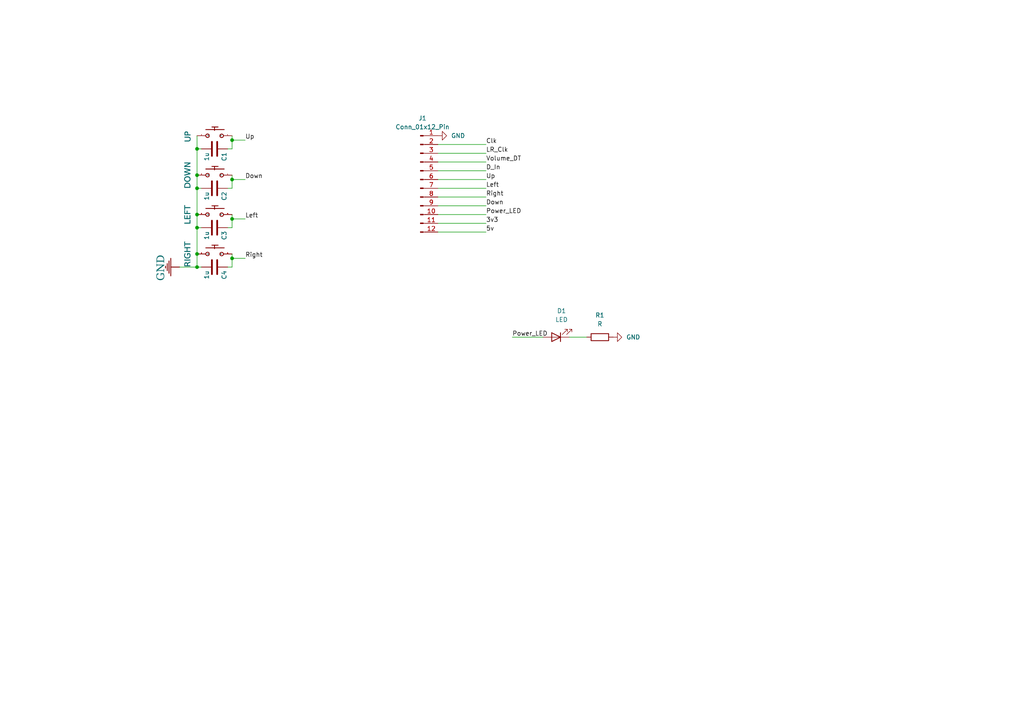
<source format=kicad_sch>
(kicad_sch (version 20231120) (generator "eeschema") (generator_version "8.0")
  (paper "A4")
  (lib_symbols
    (symbol "Connector:Conn_01x12_Pin" (pin_names (offset 1.016) hide)
      (property "Reference" "J" (at 0 15.24 0))
      (property "Value" "Conn_01x12_Pin" (at 0 -17.78 0))
      (symbol "Conn_01x12_Pin_1_1"
        (polyline (pts (xy 1.27 -15.24) (xy 0.8636 -15.24)) (stroke (width 0.1524)))
        (polyline (pts (xy 1.27 -12.7) (xy 0.8636 -12.7)) (stroke (width 0.1524)))
        (polyline (pts (xy 1.27 -10.16) (xy 0.8636 -10.16)) (stroke (width 0.1524)))
        (polyline (pts (xy 1.27 -7.62) (xy 0.8636 -7.62)) (stroke (width 0.1524)))
        (polyline (pts (xy 1.27 -5.08) (xy 0.8636 -5.08)) (stroke (width 0.1524)))
        (polyline (pts (xy 1.27 -2.54) (xy 0.8636 -2.54)) (stroke (width 0.1524)))
        (polyline (pts (xy 1.27 0) (xy 0.8636 0)) (stroke (width 0.1524)))
        (polyline (pts (xy 1.27 2.54) (xy 0.8636 2.54)) (stroke (width 0.1524)))
        (polyline (pts (xy 1.27 5.08) (xy 0.8636 5.08)) (stroke (width 0.1524)))
        (polyline (pts (xy 1.27 7.62) (xy 0.8636 7.62)) (stroke (width 0.1524)))
        (polyline (pts (xy 1.27 10.16) (xy 0.8636 10.16)) (stroke (width 0.1524)))
        (polyline (pts (xy 1.27 12.7) (xy 0.8636 12.7)) (stroke (width 0.1524)))
        (rectangle (start 0.8636 -15.113) (end 0 -15.367) (stroke (width 0.1524)) (fill (type outline)))
        (rectangle (start 0.8636 -12.573) (end 0 -12.827) (stroke (width 0.1524)) (fill (type outline)))
        (rectangle (start 0.8636 -10.033) (end 0 -10.287) (stroke (width 0.1524)) (fill (type outline)))
        (rectangle (start 0.8636 -7.493) (end 0 -7.747) (stroke (width 0.1524)) (fill (type outline)))
        (rectangle (start 0.8636 -4.953) (end 0 -5.207) (stroke (width 0.1524)) (fill (type outline)))
        (rectangle (start 0.8636 -2.413) (end 0 -2.667) (stroke (width 0.1524)) (fill (type outline)))
        (rectangle (start 0.8636 0.127) (end 0 -0.127) (stroke (width 0.1524)) (fill (type outline)))
        (rectangle (start 0.8636 2.667) (end 0 2.413) (stroke (width 0.1524)) (fill (type outline)))
        (rectangle (start 0.8636 5.207) (end 0 4.953) (stroke (width 0.1524)) (fill (type outline)))
        (rectangle (start 0.8636 7.747) (end 0 7.493) (stroke (width 0.1524)) (fill (type outline)))
        (rectangle (start 0.8636 10.287) (end 0 10.033) (stroke (width 0.1524)) (fill (type outline)))
        (rectangle (start 0.8636 12.827) (end 0 12.573) (stroke (width 0.1524)) (fill (type outline)))
        (pin passive line (at 5.08 12.7 180) (length 3.81) (name "Pin_1") (number "1"))
        (pin passive line (at 5.08 -10.16 180) (length 3.81) (name "Pin_10") (number "10"))
        (pin passive line (at 5.08 -12.7 180) (length 3.81) (name "Pin_11") (number "11"))
        (pin passive line (at 5.08 -15.24 180) (length 3.81) (name "Pin_12") (number "12"))
        (pin passive line (at 5.08 10.16 180) (length 3.81) (name "Pin_2") (number "2"))
        (pin passive line (at 5.08 7.62 180) (length 3.81) (name "Pin_3") (number "3"))
        (pin passive line (at 5.08 5.08 180) (length 3.81) (name "Pin_4") (number "4"))
        (pin passive line (at 5.08 2.54 180) (length 3.81) (name "Pin_5") (number "5"))
        (pin passive line (at 5.08 0 180) (length 3.81) (name "Pin_6") (number "6"))
        (pin passive line (at 5.08 -2.54 180) (length 3.81) (name "Pin_7") (number "7"))
        (pin passive line (at 5.08 -5.08 180) (length 3.81) (name "Pin_8") (number "8"))
        (pin passive line (at 5.08 -7.62 180) (length 3.81) (name "Pin_9") (number "9"))
      )
    )
    (symbol "Device:C" (pin_numbers hide) (pin_names (offset 0.254))
      (property "Reference" "C" (at 0.635 2.54 0))
      (property "Value" "C" (at 0.635 -2.54 0))
      (symbol "C_0_1"
        (polyline (pts (xy -2.032 -0.762) (xy 2.032 -0.762)) (stroke (width 0.508)))
        (polyline (pts (xy -2.032 0.762) (xy 2.032 0.762)) (stroke (width 0.508)))
      )
      (symbol "C_1_1"
        (pin passive line (at 0 3.81 270) (length 2.794) (name "~") (number "1"))
        (pin passive line (at 0 -3.81 90) (length 2.794) (name "~") (number "2"))
      )
    )
    (symbol "Device:LED" (pin_numbers hide) (pin_names (offset 1.016) hide)
      (property "Reference" "D" (at 0 2.54 0))
      (property "Value" "LED" (at 0 -2.54 0))
      (symbol "LED_0_1"
        (polyline (pts (xy -1.27 -1.27) (xy -1.27 1.27)) (stroke (width 0.254)))
        (polyline (pts (xy -1.27 0) (xy 1.27 0)))
        (polyline (pts (xy 1.27 -1.27) (xy 1.27 1.27) (xy -1.27 0) (xy 1.27 -1.27)) (stroke (width 0.254)))
        (polyline (pts (xy -3.048 -0.762) (xy -4.572 -2.286) (xy -3.81 -2.286) (xy -4.572 -2.286) (xy -4.572 -1.524)))
        (polyline (pts (xy -1.778 -0.762) (xy -3.302 -2.286) (xy -2.54 -2.286) (xy -3.302 -2.286) (xy -3.302 -1.524)))
      )
      (symbol "LED_1_1"
        (pin passive line (at -3.81 0 0) (length 2.54) (name "K") (number "1"))
        (pin passive line (at 3.81 0 180) (length 2.54) (name "A") (number "2"))
      )
    )
    (symbol "Device:R" (pin_numbers hide) (pin_names (offset 0))
      (property "Reference" "R" (at 2.032 0 90))
      (property "Value" "R" (at 0 0 90))
      (symbol "R_0_1"
        (rectangle (start -1.016 -2.54) (end 1.016 2.54) (stroke (width 0.254)))
      )
      (symbol "R_1_1"
        (pin passive line (at 0 3.81 270) (length 1.27) (name "~") (number "1"))
        (pin passive line (at 0 -3.81 90) (length 1.27) (name "~") (number "2"))
      )
    )
    (symbol "GND" (power) (pin_numbers hide) (pin_names hide)
      (property "Value" "GND" (at 0 6.35 0))
      (symbol "GND_0_0"
        (polyline (pts (xy -2.54 -2.54) (xy 2.54 -2.54)) (stroke (width 0.254)))
        (polyline (pts (xy -1.778 -3.048) (xy 1.778 -3.048)) (stroke (width 0.254)))
        (polyline (pts (xy -1.016 -3.556) (xy 1.016 -3.556)) (stroke (width 0.254)))
        (polyline (pts (xy -0.254 -4.064) (xy 0.254 -4.064)) (stroke (width 0.254)))
        (polyline (pts (xy 0 0) (xy 0 -2.54)) (stroke (width 0.254)))
        (pin power_in line (at 0 0 270) (length 0) (name "GND") (number "1"))
      )
    )
    (symbol "hassan_buton copy"
      (property "Value" "DOWN" (at -3.7338 -6.7691 0))
      (symbol "hassan_buton copy_0_0"
        (circle (center 0 -2.032) (radius 0.508) (stroke (width 0.254)))
        (polyline (pts (xy -2.54 -0.762) (xy -2.54 1.016)) (stroke (width 0.254)))
        (polyline (pts (xy -1.778 -2.54) (xy -1.778 2.794)) (stroke (width 0.254)))
        (polyline (pts (xy -1.524 0) (xy -2.54 0)) (stroke (width 0.254)))
        (circle (center 0.0254 2.0574) (radius 0.508) (stroke (width 0.254)))
        (pin unspecified line (at 0 5.08 270) (length 2.54) (name "P$2") (number "1"))
        (pin unspecified line (at 0 -5.08 90) (length 2.54) (name "P$1") (number "2"))
      )
    )
    (symbol "hassan_buton copy_1"
      (property "Value" "LEFT" (at -2.8956 -6.7691 0))
      (symbol "hassan_buton copy_1_0_0"
        (circle (center 0 -2.032) (radius 0.508) (stroke (width 0.254)))
        (polyline (pts (xy -2.54 -0.762) (xy -2.54 1.016)) (stroke (width 0.254)))
        (polyline (pts (xy -1.778 -2.54) (xy -1.778 2.794)) (stroke (width 0.254)))
        (polyline (pts (xy -1.524 0) (xy -2.54 0)) (stroke (width 0.254)))
        (circle (center 0.0254 2.0574) (radius 0.508) (stroke (width 0.254)))
        (pin unspecified line (at 0 -5.08 90) (length 2.54) (name "P$1") (number "P$2"))
        (pin unspecified line (at 0 5.08 270) (length 2.54) (name "P$2") (number "P$3"))
      )
    )
    (symbol "hassan_buton copy_2"
      (property "Value" "RIGHT" (at -3.683 -6.7691 0))
      (symbol "hassan_buton copy_2_0_0"
        (circle (center 0 -2.032) (radius 0.508) (stroke (width 0.254)))
        (polyline (pts (xy -2.54 -0.762) (xy -2.54 1.016)) (stroke (width 0.254)))
        (polyline (pts (xy -1.778 -2.54) (xy -1.778 2.794)) (stroke (width 0.254)))
        (polyline (pts (xy -1.524 0) (xy -2.54 0)) (stroke (width 0.254)))
        (circle (center 0.0254 2.0574) (radius 0.508) (stroke (width 0.254)))
        (pin unspecified line (at 0 -5.08 90) (length 2.54) (name "P$1") (number "P$2"))
        (pin unspecified line (at 0 5.08 270) (length 2.54) (name "P$2") (number "P$3"))
      )
    )
    (symbol "hassan_buton copy_6"
      (property "Value" "UP" (at -1.6256 -6.7183 0))
      (symbol "hassan_buton copy_6_0_0"
        (circle (center 0 -2.032) (radius 0.508) (stroke (width 0.254)))
        (polyline (pts (xy -2.54 -0.762) (xy -2.54 1.016)) (stroke (width 0.254)))
        (polyline (pts (xy -1.778 -2.54) (xy -1.778 2.794)) (stroke (width 0.254)))
        (polyline (pts (xy -1.524 0) (xy -2.54 0)) (stroke (width 0.254)))
        (circle (center 0.0254 2.0574) (radius 0.508) (stroke (width 0.254)))
        (pin unspecified line (at 0 -5.08 90) (length 2.54) (name "P$1") (number "1"))
        (pin unspecified line (at 0 5.08 270) (length 2.54) (name "P$2") (number "2"))
      )
    )
    (symbol "power:GND" (power) (pin_numbers hide) (pin_names (offset 0) hide)
      (property "Value" "GND" (at 0 -3.81 0))
      (symbol "GND_0_1"
        (polyline (pts (xy 0 0) (xy 0 -1.27) (xy 1.27 -1.27) (xy 0 -2.54) (xy -1.27 -1.27) (xy 0 -1.27)))
      )
      (symbol "GND_1_1"
        (pin power_in line (at 0 0 270) (length 0) (name "~") (number "1"))
      )
    )
  )
  (junction (at 57.15 43.18))
  (junction (at 57.15 62.23))
  (junction (at 57.15 50.8))
  (junction (at 67.31 63.5))
  (junction (at 67.31 40.64))
  (junction (at 57.15 73.66))
  (junction (at 57.15 54.61))
  (junction (at 67.31 52.07))
  (junction (at 67.31 74.93))
  (junction (at 57.15 66.04))
  (junction (at 57.15 77.47))
  (wire (pts (xy 67.31 63.5) (xy 67.31 62.23)))
  (wire (pts (xy 57.15 62.23) (xy 57.15 66.04)))
  (wire (pts (xy 127 67.31) (xy 140.97 67.31)))
  (wire (pts (xy 67.31 43.18) (xy 67.31 40.64)))
  (wire (pts (xy 127 49.53) (xy 140.97 49.53)))
  (wire (pts (xy 66.04 54.61) (xy 67.31 54.61)))
  (wire (pts (xy 67.31 40.64) (xy 71.12 40.64)))
  (wire (pts (xy 67.31 77.47) (xy 67.31 74.93)))
  (wire (pts (xy 127 62.23) (xy 140.97 62.23)))
  (wire (pts (xy 57.15 66.04) (xy 58.42 66.04)))
  (wire (pts (xy 67.31 74.93) (xy 71.12 74.93)))
  (wire (pts (xy 66.04 66.04) (xy 67.31 66.04)))
  (wire (pts (xy 57.15 50.8) (xy 57.15 54.61)))
  (wire (pts (xy 148.59 97.79) (xy 157.48 97.79)))
  (wire (pts (xy 67.31 40.64) (xy 67.31 39.37)))
  (wire (pts (xy 127 57.15) (xy 140.97 57.15)))
  (wire (pts (xy 52.07 77.47) (xy 57.15 77.47)))
  (wire (pts (xy 127 54.61) (xy 140.97 54.61)))
  (wire (pts (xy 57.15 43.18) (xy 58.42 43.18)))
  (wire (pts (xy 57.15 54.61) (xy 58.42 54.61)))
  (wire (pts (xy 67.31 73.66) (xy 67.31 74.93)))
  (wire (pts (xy 127 52.07) (xy 140.97 52.07)))
  (wire (pts (xy 127 46.99) (xy 140.97 46.99)))
  (wire (pts (xy 165.1 97.79) (xy 170.18 97.79)))
  (wire (pts (xy 67.31 52.07) (xy 67.31 50.8)))
  (wire (pts (xy 57.15 66.04) (xy 57.15 73.66)))
  (wire (pts (xy 67.31 63.5) (xy 71.12 63.5)))
  (wire (pts (xy 57.15 73.66) (xy 57.15 77.47)))
  (wire (pts (xy 67.31 52.07) (xy 71.12 52.07)))
  (wire (pts (xy 57.15 43.18) (xy 57.15 50.8)))
  (wire (pts (xy 127 41.91) (xy 140.97 41.91)))
  (wire (pts (xy 57.15 39.37) (xy 57.15 43.18)))
  (wire (pts (xy 57.15 77.47) (xy 58.42 77.47)))
  (wire (pts (xy 57.15 54.61) (xy 57.15 62.23)))
  (wire (pts (xy 127 59.69) (xy 140.97 59.69)))
  (wire (pts (xy 127 44.45) (xy 140.97 44.45)))
  (wire (pts (xy 127 64.77) (xy 140.97 64.77)))
  (wire (pts (xy 67.31 66.04) (xy 67.31 63.5)))
  (wire (pts (xy 66.04 77.47) (xy 67.31 77.47)))
  (wire (pts (xy 66.04 43.18) (xy 67.31 43.18)))
  (wire (pts (xy 67.31 54.61) (xy 67.31 52.07)))
  (label "Power_LED" (at 148.59 97.79 0))
  (label "3v3" (at 140.97 64.77 0))
  (label "Power_LED" (at 140.97 62.23 0))
  (label "Clk" (at 140.97 41.91 0))
  (label "Down" (at 140.97 59.69 0))
  (label "Up" (at 140.97 52.07 0))
  (label "Right" (at 71.12 74.93 0))
  (label "Left" (at 140.97 54.61 0))
  (label "5v" (at 140.97 67.31 0))
  (label "Volume_DT" (at 140.97 46.99 0))
  (label "Right" (at 140.97 57.15 0))
  (label "Down" (at 71.12 52.07 0))
  (label "D_In" (at 140.97 49.53 0))
  (label "Up" (at 71.12 40.64 0))
  (label "Left" (at 71.12 63.5 0))
  (label "LR_Clk" (at 140.97 44.45 0))
  (symbol (lib_id "hassan_buton copy_2") (at 62.23 73.66 270) (unit 1)
    (property "Reference" "SW4" (effects (hide yes)))
    (property "Value" "RIGHT" (at 55.4609 69.977 0) (effects (font (size 1.6891 1.6891)) (justify left top)))
    (property "Footprint" "GGfoorptintLibrary:BUTTON" (effects (hide yes)))
    (property "Supplier" "SparkFun" (effects (hide yes)))
  )
  (symbol (lib_id "Connector:Conn_01x12_Pin") (at 121.92 52.07 0) (unit 1)
    (property "Reference" "J1" (at 122.555 34.29 0))
    (property "Value" "Conn_01x12_Pin" (at 122.555 36.83 0))
    (property "Footprint" "Connector_PinHeader_2.54mm:PinHeader_1x12_P2.54mm_Vertical" (effects (hide yes)))
    (property "Description" "Generic connector, single row, 01x12, script generated" (effects (hide yes)))
  )
  (symbol (lib_id "hassan_buton copy_6") (at 62.23 39.37 270) (unit 1)
    (property "Reference" "SW1" (effects (hide yes)))
    (property "Value" "UP" (at 55.5117 37.7444 0) (effects (font (size 1.6891 1.6891)) (justify left top)))
    (property "Footprint" "GGfoorptintLibrary:BUTTON" (effects (hide yes)))
    (property "Supplier Part" "COM-08720" (effects (hide yes)))
    (property "Supplier" "SparkFun" (effects (hide yes)))
  )
  (symbol (lib_id "hassan_buton copy") (at 62.23 50.8 270) (unit 1)
    (property "Reference" "SW2" (effects (hide yes)))
    (property "Value" "DOWN" (at 55.4609 47.0662 0) (effects (font (size 1.6891 1.6891)) (justify left top)))
    (property "Footprint" "GGfoorptintLibrary:BUTTON" (effects (hide yes)))
    (property "Supplier" "SparkFun" (effects (hide yes)))
  )
  (symbol (lib_id "Device:R") (at 173.99 97.79 90) (unit 1)
    (property "Reference" "R1" (at 173.99 91.44 90))
    (property "Value" "R" (at 173.99 93.98 90))
    (property "Footprint" "Resistor_THT:R_Axial_DIN0204_L3.6mm_D1.6mm_P7.62mm_Horizontal" (effects (hide yes)))
    (property "Description" "Resistor" (effects (hide yes)))
  )
  (symbol (lib_id "Device:LED") (at 161.29 97.79 180) (unit 1)
    (property "Reference" "D1" (at 162.8775 90.17 0))
    (property "Value" "LED" (at 162.8775 92.71 0))
    (property "Footprint" "LED_THT:LED_D3.0mm" (effects (hide yes)))
    (property "Description" "Light emitting diode" (effects (hide yes)))
  )
  (symbol (lib_id "Device:C") (at 62.23 43.18 90) (unit 1)
    (property "Reference" "C1" (at 65.024 45.466 0))
    (property "Value" "1u" (at 59.944 45.466 0))
    (property "Footprint" "Capacitor_THT:C_Disc_D5.0mm_W2.5mm_P2.50mm" (effects (hide yes)))
    (property "Description" "Unpolarized capacitor" (effects (hide yes)))
  )
  (symbol (lib_id "GND") (at 52.07 77.47 270) (unit 1)
    (property "Reference" "#PWR01" (effects (hide yes)))
    (property "Value" "GND" (at 45.466 74.168 0) (effects (font (size 2.1717 2.1717)) (justify left bottom)))
    (property "Description" "Power symbol creates a global label with name 'GND'" (effects (hide yes)))
  )
  (symbol (lib_id "Device:C") (at 62.23 54.61 90) (unit 1)
    (property "Reference" "C2" (at 65.024 56.896 0))
    (property "Value" "1u" (at 59.944 56.896 0))
    (property "Footprint" "Capacitor_THT:C_Disc_D5.0mm_W2.5mm_P2.50mm" (effects (hide yes)))
    (property "Description" "Unpolarized capacitor" (effects (hide yes)))
  )
  (symbol (lib_id "power:GND") (at 127 39.37 90) (unit 1)
    (property "Reference" "#PWR04" (effects (hide yes)))
    (property "Value" "GND" (at 130.81 39.3699 90) (effects (justify right)))
    (property "Description" "Power symbol creates a global label with name \"GND\" , ground" (effects (hide yes)))
  )
  (symbol (lib_id "Device:C") (at 62.23 66.04 90) (unit 1)
    (property "Reference" "C3" (at 65.024 68.326 0))
    (property "Value" "1u" (at 59.944 68.326 0))
    (property "Footprint" "Capacitor_THT:C_Disc_D5.0mm_W2.5mm_P2.50mm" (effects (hide yes)))
    (property "Description" "Unpolarized capacitor" (effects (hide yes)))
  )
  (symbol (lib_id "Device:C") (at 62.23 77.47 90) (unit 1)
    (property "Reference" "C4" (at 65.024 79.756 0))
    (property "Value" "1u" (at 59.944 79.756 0))
    (property "Footprint" "Capacitor_THT:C_Disc_D5.0mm_W2.5mm_P2.50mm" (effects (hide yes)))
    (property "Description" "Unpolarized capacitor" (effects (hide yes)))
  )
  (symbol (lib_id "power:GND") (at 177.8 97.79 90) (unit 1)
    (property "Reference" "#PWR03" (effects (hide yes)))
    (property "Value" "GND" (at 181.61 97.7899 90) (effects (justify right)))
    (property "Description" "Power symbol creates a global label with name \"GND\" , ground" (effects (hide yes)))
  )
  (symbol (lib_id "hassan_buton copy_1") (at 62.23 62.23 270) (unit 1)
    (property "Reference" "SW3" (effects (hide yes)))
    (property "Value" "LEFT" (at 55.4609 59.3344 0) (effects (font (size 1.6891 1.6891)) (justify left top)))
    (property "Footprint" "GGfoorptintLibrary:BUTTON" (effects (hide yes)))
    (property "Supplier" "SparkFun" (effects (hide yes)))
  )
)
</source>
